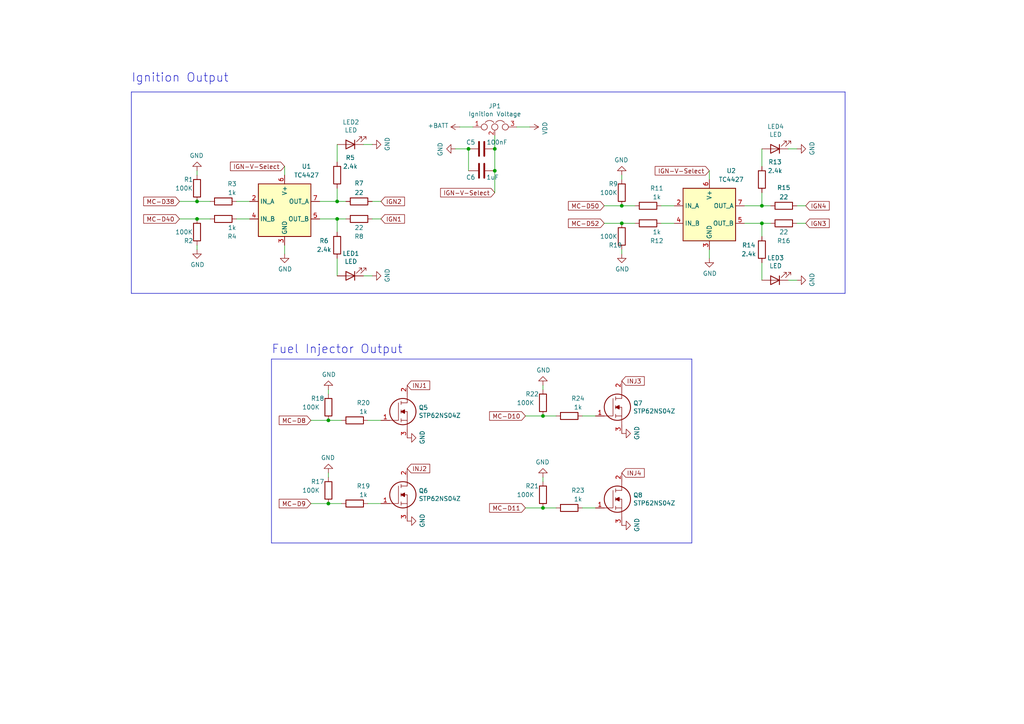
<source format=kicad_sch>
(kicad_sch (version 20230121) (generator eeschema)
  (paper "A4")
  (title_block (title "Pre-Ignition X4") (date "2022-10-1") (rev "MX4B-2") (company "DetonationEMS") (comment 1 "detonationems.com"))
  (lib_symbols
    (symbol "Device:C" (pin_numbers hide) (pin_names (offset 0.254))
      (property "Reference" "C" (at 0.635 2.54 0))
      (property "Value" "C" (at 0.635 -2.54 0))
      (symbol "C_0_1"
        (polyline (pts (xy -2.032 -0.762) (xy 2.032 -0.762)) (stroke (width 0.508)))
        (polyline (pts (xy -2.032 0.762) (xy 2.032 0.762)) (stroke (width 0.508)))
      )
      (symbol "C_1_1"
        (pin passive line (at 0 3.81 270) (length 2.794) (name "~") (number "1"))
        (pin passive line (at 0 -3.81 90) (length 2.794) (name "~") (number "2"))
      )
    )
    (symbol "Device:LED" (pin_numbers hide) (pin_names (offset 1.016) hide)
      (property "Reference" "D" (at 0 2.54 0))
      (property "Value" "LED" (at 0 -2.54 0))
      (symbol "LED_0_1"
        (polyline (pts (xy -1.27 -1.27) (xy -1.27 1.27)) (stroke (width 0.254)))
        (polyline (pts (xy -1.27 0) (xy 1.27 0)))
        (polyline (pts (xy 1.27 -1.27) (xy 1.27 1.27) (xy -1.27 0) (xy 1.27 -1.27)) (stroke (width 0.254)))
        (polyline (pts (xy -3.048 -0.762) (xy -4.572 -2.286) (xy -3.81 -2.286) (xy -4.572 -2.286) (xy -4.572 -1.524)))
        (polyline (pts (xy -1.778 -0.762) (xy -3.302 -2.286) (xy -2.54 -2.286) (xy -3.302 -2.286) (xy -3.302 -1.524)))
      )
      (symbol "LED_1_1"
        (pin passive line (at -3.81 0 0) (length 2.54) (name "K") (number "1"))
        (pin passive line (at 3.81 0 180) (length 2.54) (name "A") (number "2"))
      )
    )
    (symbol "Device:R" (pin_numbers hide) (pin_names (offset 0))
      (property "Reference" "R" (at 2.032 0 90))
      (property "Value" "R" (at 0 0 90))
      (symbol "R_0_1"
        (rectangle (start -1.016 -2.54) (end 1.016 2.54) (stroke (width 0.254)))
      )
      (symbol "R_1_1"
        (pin passive line (at 0 3.81 270) (length 1.27) (name "~") (number "1"))
        (pin passive line (at 0 -3.81 90) (length 1.27) (name "~") (number "2"))
      )
    )
    (symbol "Driver_FET:MIC4427"
      (property "Reference" "U" (at -7.62 8.89 0))
      (property "Value" "MIC4427" (at 1.27 8.89 0))
      (symbol "MIC4427_0_1"
        (rectangle (start -7.62 -7.62) (end 7.62 7.62) (stroke (width 0.254)) (fill (type background)))
      )
      (symbol "MIC4427_1_1"
        (pin no_connect line (at -7.62 0 0) (length 2.54) hide (name "NC") (number "1"))
        (pin input line (at -10.16 2.54 0) (length 2.54) (name "IN_A") (number "2"))
        (pin power_in line (at 0 -10.16 90) (length 2.54) (name "GND") (number "3"))
        (pin input line (at -10.16 -2.54 0) (length 2.54) (name "IN_B") (number "4"))
        (pin output line (at 10.16 -2.54 180) (length 2.54) (name "OUT_B") (number "5"))
        (pin power_in line (at 0 10.16 270) (length 2.54) (name "V+") (number "6"))
        (pin output line (at 10.16 2.54 180) (length 2.54) (name "OUT_A") (number "7"))
        (pin no_connect line (at 7.62 0 180) (length 2.54) hide (name "NC") (number "8"))
      )
    )
    (symbol "Pre_Ignition-rescue:Jumper_NC_Dual-Device" (pin_names (offset 0.762) hide)
      (property "Reference" "JP" (at 1.27 -2.54 0))
      (property "Value" "Jumper_NC_Dual-Device" (at 0 2.54 0))
      (symbol "Jumper_NC_Dual-Device_0_1"
        (circle (center -3.048 0) (radius 0.889))
        (arc (start -0.254 1.27) (mid -1.524 1.8804) (end -2.794 1.27))
        (circle (center 0 0) (radius 0.9144))
        (arc (start 2.794 1.27) (mid 1.524 1.8804) (end 0.254 1.27))
        (circle (center 3.048 0) (radius 0.889))
        (pin passive line (at -6.35 0 0) (length 2.413) (name "1") (number "1"))
        (pin passive line (at 0 -2.54 90) (length 1.524) (name "2") (number "2"))
        (pin passive line (at 6.35 0 180) (length 2.413) (name "3") (number "3"))
      )
    )
    (symbol "Pre_Ignition-rescue:STP62NS04Z-Stp62-Pre_Ignition-rescue-Pre_Ignition-rescue-Pre_Ignition-rescue-Pre_Ignition-rescue" (pin_names (offset 0.762))
      (property "Reference" "Q" (at 11.43 3.81 0))
      (property "Value" "STP62NS04Z-Stp62-Pre_Ignition-rescue-Pre_Ignition-rescue-Pre_Ignition-rescue-Pre_Ignition-rescue" (at 11.43 1.27 0))
      (symbol "STP62NS04Z-Stp62-Pre_Ignition-rescue-Pre_Ignition-rescue-Pre_Ignition-rescue-Pre_Ignition-rescue_0_0"
        (pin passive line (at 0 0 0) (length 2.54) (name "~") (number "1"))
        (pin passive line (at 7.62 10.16 270) (length 2.54) (name "~") (number "2"))
        (pin passive line (at 7.62 -5.08 90) (length 2.54) (name "~") (number "3"))
      )
      (symbol "STP62NS04Z-Stp62-Pre_Ignition-rescue-Pre_Ignition-rescue-Pre_Ignition-rescue-Pre_Ignition-rescue_0_1"
        (polyline (pts (xy 5.842 -0.508) (xy 5.842 0.508)) (stroke (width 0.1524)))
        (polyline (pts (xy 5.842 0) (xy 7.62 0)) (stroke (width 0.1524)))
        (polyline (pts (xy 5.842 2.032) (xy 5.842 3.048)) (stroke (width 0.1524)))
        (polyline (pts (xy 5.842 5.588) (xy 5.842 4.572)) (stroke (width 0.1524)))
        (polyline (pts (xy 7.62 2.54) (xy 5.842 2.54)) (stroke (width 0.1524)))
        (polyline (pts (xy 7.62 2.54) (xy 7.62 -2.54)) (stroke (width 0.1524)))
        (polyline (pts (xy 7.62 5.08) (xy 5.842 5.08)) (stroke (width 0.1524)))
        (polyline (pts (xy 7.62 5.08) (xy 7.62 7.62)) (stroke (width 0.1524)))
        (polyline (pts (xy 2.54 0) (xy 5.08 0) (xy 5.08 5.08)) (stroke (width 0.1524)))
        (polyline (pts (xy 5.842 2.54) (xy 6.858 3.048) (xy 6.858 2.032) (xy 5.842 2.54)) (stroke (width 0.254)) (fill (type outline)))
        (circle (center 6.35 2.54) (radius 3.81) (stroke (width 0.254)))
      )
    )
    (symbol "power:+BATT" (power) (pin_names (offset 0))
      (property "Value" "+BATT" (at 0 3.556 0))
      (symbol "+BATT_0_1"
        (polyline (pts (xy -0.762 1.27) (xy 0 2.54)))
        (polyline (pts (xy 0 0) (xy 0 2.54)))
        (polyline (pts (xy 0 2.54) (xy 0.762 1.27)))
      )
      (symbol "+BATT_1_1"
        (pin power_in line (at 0 0 90) (length 0) hide (name "+BATT") (number "1"))
      )
    )
    (symbol "power:GND" (power) (pin_names (offset 0))
      (property "Value" "GND" (at 0 -3.81 0))
      (symbol "GND_0_1"
        (polyline (pts (xy 0 0) (xy 0 -1.27) (xy 1.27 -1.27) (xy 0 -2.54) (xy -1.27 -1.27) (xy 0 -1.27)))
      )
      (symbol "GND_1_1"
        (pin power_in line (at 0 0 270) (length 0) hide (name "GND") (number "1"))
      )
    )
    (symbol "power:VDD" (power) (pin_names (offset 0))
      (property "Value" "VDD" (at 0 3.81 0))
      (symbol "VDD_0_1"
        (polyline (pts (xy -0.762 1.27) (xy 0 2.54)))
        (polyline (pts (xy 0 0) (xy 0 2.54)))
        (polyline (pts (xy 0 2.54) (xy 0.762 1.27)))
      )
      (symbol "VDD_1_1"
        (pin power_in line (at 0 0 90) (length 0) hide (name "VDD") (number "1"))
      )
    )
  )
  (junction (at 143.51 43.18))
  (junction (at 95.25 146.05))
  (junction (at 143.51 49.53))
  (junction (at 57.15 58.42))
  (junction (at 220.98 59.69))
  (junction (at 157.48 120.65))
  (junction (at 220.98 64.77))
  (junction (at 135.89 43.18))
  (junction (at 180.34 59.69))
  (junction (at 57.15 63.5))
  (junction (at 95.25 121.92))
  (junction (at 97.79 63.5))
  (junction (at 97.79 58.42))
  (junction (at 180.34 64.77))
  (junction (at 157.48 147.32))
  (wire (pts (xy 205.74 72.39) (xy 205.74 74.93)))
  (wire (pts (xy 135.89 43.18) (xy 135.89 49.53)))
  (wire (pts (xy 215.9 59.69) (xy 220.98 59.69)))
  (wire (pts (xy 57.15 72.39) (xy 57.15 71.12)))
  (wire (pts (xy 231.14 59.69) (xy 233.68 59.69)))
  (polyline (pts (xy 245.11 85.09) (xy 38.1 85.09)))
  (wire (pts (xy 110.49 121.92) (xy 106.68 121.92)))
  (wire (pts (xy 92.71 58.42) (xy 97.79 58.42)))
  (wire (pts (xy 72.39 63.5) (xy 68.58 63.5)))
  (wire (pts (xy 143.51 49.53) (xy 143.51 43.18)))
  (polyline (pts (xy 245.11 26.67) (xy 245.11 85.09)))
  (wire (pts (xy 132.08 43.18) (xy 135.89 43.18)))
  (wire (pts (xy 223.52 64.77) (xy 220.98 64.77)))
  (wire (pts (xy 97.79 63.5) (xy 92.71 63.5)))
  (wire (pts (xy 97.79 54.61) (xy 97.79 58.42)))
  (polyline (pts (xy 38.1 26.67) (xy 245.11 26.67)))
  (wire (pts (xy 149.86 36.83) (xy 153.67 36.83)))
  (wire (pts (xy 220.98 55.88) (xy 220.98 59.69)))
  (polyline (pts (xy 200.66 104.14) (xy 200.66 157.48)))
  (wire (pts (xy 231.14 64.77) (xy 233.68 64.77)))
  (wire (pts (xy 180.34 59.69) (xy 184.15 59.69)))
  (wire (pts (xy 157.48 147.32) (xy 161.29 147.32)))
  (wire (pts (xy 157.48 111.76) (xy 157.48 113.03)))
  (wire (pts (xy 97.79 67.31) (xy 97.79 63.5)))
  (wire (pts (xy 157.48 120.65) (xy 152.4 120.65)))
  (wire (pts (xy 195.58 64.77) (xy 191.77 64.77)))
  (wire (pts (xy 228.6 81.28) (xy 231.14 81.28)))
  (wire (pts (xy 57.15 49.53) (xy 57.15 50.8)))
  (wire (pts (xy 180.34 73.66) (xy 180.34 72.39)))
  (wire (pts (xy 157.48 138.43) (xy 157.48 139.7)))
  (wire (pts (xy 95.25 121.92) (xy 90.17 121.92)))
  (wire (pts (xy 97.79 58.42) (xy 100.33 58.42)))
  (wire (pts (xy 99.06 121.92) (xy 95.25 121.92)))
  (wire (pts (xy 68.58 58.42) (xy 72.39 58.42)))
  (wire (pts (xy 220.98 76.2) (xy 220.98 81.28)))
  (wire (pts (xy 191.77 59.69) (xy 195.58 59.69)))
  (wire (pts (xy 172.72 120.65) (xy 168.91 120.65)))
  (wire (pts (xy 106.68 146.05) (xy 110.49 146.05)))
  (wire (pts (xy 95.25 113.03) (xy 95.25 114.3)))
  (wire (pts (xy 105.41 80.01) (xy 107.95 80.01)))
  (wire (pts (xy 82.55 71.12) (xy 82.55 73.66)))
  (wire (pts (xy 95.25 146.05) (xy 90.17 146.05)))
  (wire (pts (xy 180.34 50.8) (xy 180.34 52.07)))
  (wire (pts (xy 57.15 58.42) (xy 52.07 58.42)))
  (wire (pts (xy 57.15 63.5) (xy 52.07 63.5)))
  (wire (pts (xy 143.51 43.18) (xy 143.51 39.37)))
  (polyline (pts (xy 200.66 157.48) (xy 78.74 157.48)))
  (wire (pts (xy 105.41 41.91) (xy 107.95 41.91)))
  (wire (pts (xy 161.29 120.65) (xy 157.48 120.65)))
  (wire (pts (xy 168.91 147.32) (xy 172.72 147.32)))
  (wire (pts (xy 205.74 49.53) (xy 205.74 52.07)))
  (wire (pts (xy 97.79 74.93) (xy 97.79 80.01)))
  (wire (pts (xy 95.25 137.16) (xy 95.25 138.43)))
  (wire (pts (xy 228.6 43.18) (xy 231.14 43.18)))
  (wire (pts (xy 107.95 58.42) (xy 110.49 58.42)))
  (wire (pts (xy 180.34 64.77) (xy 175.26 64.77)))
  (wire (pts (xy 220.98 64.77) (xy 215.9 64.77)))
  (wire (pts (xy 97.79 41.91) (xy 97.79 46.99)))
  (wire (pts (xy 100.33 63.5) (xy 97.79 63.5)))
  (wire (pts (xy 107.95 63.5) (xy 110.49 63.5)))
  (wire (pts (xy 82.55 48.26) (xy 82.55 50.8)))
  (wire (pts (xy 143.51 49.53) (xy 143.51 55.88)))
  (wire (pts (xy 157.48 147.32) (xy 152.4 147.32)))
  (polyline (pts (xy 78.74 157.48) (xy 78.74 104.14)))
  (wire (pts (xy 220.98 68.58) (xy 220.98 64.77)))
  (wire (pts (xy 184.15 64.77) (xy 180.34 64.77)))
  (polyline (pts (xy 78.74 104.14) (xy 200.66 104.14)))
  (wire (pts (xy 133.35 36.83) (xy 137.16 36.83)))
  (wire (pts (xy 220.98 43.18) (xy 220.98 48.26)))
  (wire (pts (xy 95.25 146.05) (xy 99.06 146.05)))
  (wire (pts (xy 220.98 59.69) (xy 223.52 59.69)))
  (wire (pts (xy 57.15 58.42) (xy 60.96 58.42)))
  (wire (pts (xy 180.34 59.69) (xy 175.26 59.69)))
  (polyline (pts (xy 38.1 85.09) (xy 38.1 26.67)))
  (wire (pts (xy 60.96 63.5) (xy 57.15 63.5)))
  (text "Ignition Output" (at 38.1 24.13 0) (effects (font (size 2.4892 2.4892)) (justify left bottom)))
  (text "Fuel Injector Output" (at 78.74 102.87 0) (effects (font (size 2.4892 2.4892)) (justify left bottom)))
  (global_label "INJ1" (shape input) (at 118.11 111.76 0) (property "Intersheetrefs" "${INTERSHEET_REFS}" (effects hide)))
  (global_label "IGN3" (shape input) (at 233.68 64.77 0) (property "Intersheetrefs" "${INTERSHEET_REFS}" (effects hide)))
  (global_label "MC-D50" (shape input) (at 175.26 59.69 180) (property "Intersheetrefs" "${INTERSHEET_REFS}" (effects hide)))
  (global_label "IGN4" (shape input) (at 233.68 59.69 0) (property "Intersheetrefs" "${INTERSHEET_REFS}" (effects hide)))
  (global_label "MC-D40" (shape input) (at 52.07 63.5 180) (property "Intersheetrefs" "${INTERSHEET_REFS}" (effects hide)))
  (global_label "IGN-V-Select" (shape input) (at 82.55 48.26 180) (property "Intersheetrefs" "${INTERSHEET_REFS}" (effects hide)))
  (global_label "IGN2" (shape input) (at 110.49 58.42 0) (property "Intersheetrefs" "${INTERSHEET_REFS}" (effects hide)))
  (global_label "IGN-V-Select" (shape input) (at 143.51 55.88 180) (property "Intersheetrefs" "${INTERSHEET_REFS}" (effects hide)))
  (global_label "INJ2" (shape input) (at 118.11 135.89 0) (property "Intersheetrefs" "${INTERSHEET_REFS}" (effects hide)))
  (global_label "MC-D8" (shape input) (at 90.17 121.92 180) (property "Intersheetrefs" "${INTERSHEET_REFS}" (effects hide)))
  (global_label "MC-D9" (shape input) (at 90.17 146.05 180) (property "Intersheetrefs" "${INTERSHEET_REFS}" (effects hide)))
  (global_label "MC-D52" (shape input) (at 175.26 64.77 180) (property "Intersheetrefs" "${INTERSHEET_REFS}" (effects hide)))
  (global_label "INJ4" (shape input) (at 180.34 137.16 0) (property "Intersheetrefs" "${INTERSHEET_REFS}" (effects hide)))
  (global_label "MC-D10" (shape input) (at 152.4 120.65 180) (property "Intersheetrefs" "${INTERSHEET_REFS}" (effects hide)))
  (global_label "IGN-V-Select" (shape input) (at 205.74 49.53 180) (property "Intersheetrefs" "${INTERSHEET_REFS}" (effects hide)))
  (global_label "IGN1" (shape input) (at 110.49 63.5 0) (property "Intersheetrefs" "${INTERSHEET_REFS}" (effects hide)))
  (global_label "MC-D38" (shape input) (at 52.07 58.42 180) (property "Intersheetrefs" "${INTERSHEET_REFS}" (effects hide)))
  (global_label "INJ3" (shape input) (at 180.34 110.49 0) (property "Intersheetrefs" "${INTERSHEET_REFS}" (effects hide)))
  (global_label "MC-D11" (shape input) (at 152.4 147.32 180) (property "Intersheetrefs" "${INTERSHEET_REFS}" (effects hide)))
  (symbol (lib_id "Device:C") (at 139.7 49.53 270) (unit 1)
    (property "Reference" "C6" (at 136.525 51.435 90))
    (property "Value" "1uF" (at 142.875 51.435 90))
    (property "Footprint" "Capacitor_SMD:C_0603_1608Metric" (effects hide))
    (property "JLC" "C15849" (effects hide))
    (property "LCSC" "C15849" (effects hide))
  )
  (symbol (lib_id "Device:C") (at 139.7 43.18 270) (unit 1)
    (property "Reference" "C5" (at 136.525 41.275 90))
    (property "Value" "100nF" (at 144.145 41.275 90))
    (property "Footprint" "Capacitor_SMD:C_0603_1608Metric" (effects hide))
    (property "JLC" "C14663" (effects hide))
    (property "LCSC" "C14663" (effects hide))
  )
  (symbol (lib_id "power:GND") (at 132.08 43.18 270) (unit 1)
    (property "Reference" "#PWR06" (effects hide))
    (property "Value" "GND" (at 127.6858 43.307 0))
  )
  (symbol (lib_id "Driver_FET:MIC4427") (at 82.55 60.96 0) (unit 1)
    (property "Reference" "U1" (at 88.9 48.26 0))
    (property "Value" "TC4427" (at 88.9 50.8 0))
    (property "Footprint" "Package_SO:SOIC-8_3.9x4.9mm_P1.27mm" (effects hide))
    (property "Datasheet" "http://ww1.microchip.com/downloads/en/DeviceDoc/mic4426.pdf" (effects hide))
    (property "JLC" "C31450" (effects hide))
    (property "LCSC" "C31450" (effects hide))
  )
  (symbol (lib_id "power:GND") (at 82.55 73.66 0) (unit 1)
    (property "Reference" "#PWR07" (effects hide))
    (property "Value" "GND" (at 82.677 78.0542 0))
  )
  (symbol (lib_id "Device:R") (at 64.77 58.42 270) (unit 1)
    (property "Reference" "R3" (at 67.31 53.34 90))
    (property "Value" "1k" (at 67.31 55.88 90))
    (property "Footprint" "Resistor_SMD:R_0603_1608Metric" (effects hide))
    (property "JLC" "C21190" (effects hide))
    (property "LCSC" "C21190" (effects hide))
  )
  (symbol (lib_id "Device:R") (at 64.77 63.5 270) (unit 1)
    (property "Reference" "R4" (at 67.31 68.58 90))
    (property "Value" "1k" (at 67.31 66.04 90))
    (property "Footprint" "Resistor_SMD:R_0603_1608Metric" (effects hide))
    (property "JLC" "C21190" (effects hide))
    (property "LCSC" "C21190" (effects hide))
  )
  (symbol (lib_id "Device:R") (at 57.15 54.61 180) (unit 1)
    (property "Reference" "R1" (at 53.34 52.07 0) (effects (justify right)))
    (property "Value" "100K" (at 50.8 54.61 0) (effects (justify right)))
    (property "Footprint" "Resistor_SMD:R_0603_1608Metric" (effects hide))
    (property "JLC" "C25803" (effects hide))
    (property "LCSC" "C25803" (effects hide))
  )
  (symbol (lib_id "Device:R") (at 57.15 67.31 180) (unit 1)
    (property "Reference" "R2" (at 53.34 69.85 0) (effects (justify right)))
    (property "Value" "100K" (at 50.8 67.31 0) (effects (justify right)))
    (property "Footprint" "Resistor_SMD:R_0603_1608Metric" (effects hide))
    (property "JLC" "C25803" (effects hide))
    (property "LCSC" "C25803" (effects hide))
  )
  (symbol (lib_id "power:GND") (at 57.15 72.39 0) (unit 1)
    (property "Reference" "#PWR05" (effects hide))
    (property "Value" "GND" (at 57.277 76.7842 0))
  )
  (symbol (lib_id "power:GND") (at 57.15 49.53 180) (unit 1)
    (property "Reference" "#PWR04" (effects hide))
    (property "Value" "GND" (at 57.023 45.1358 0))
  )
  (symbol (lib_id "Driver_FET:MIC4427") (at 205.74 62.23 0) (unit 1)
    (property "Reference" "U2" (at 212.09 49.53 0))
    (property "Value" "TC4427" (at 212.09 52.07 0))
    (property "Footprint" "Package_SO:SOIC-8_3.9x4.9mm_P1.27mm" (effects hide))
    (property "Datasheet" "http://ww1.microchip.com/downloads/en/DeviceDoc/mic4426.pdf" (effects hide))
    (property "JLC" "C31450" (effects hide))
    (property "LCSC" "C31450" (effects hide))
  )
  (symbol (lib_id "Device:R") (at 227.33 59.69 270) (unit 1)
    (property "Reference" "R15" (at 227.33 54.4322 90))
    (property "Value" "22" (at 227.33 57.15 90))
    (property "Footprint" "Resistor_SMD:R_0805_2012Metric" (effects hide))
    (property "JLC" "C17561" (effects hide))
    (property "LCSC" "C17561" (effects hide))
  )
  (symbol (lib_id "Device:R") (at 227.33 64.77 270) (unit 1)
    (property "Reference" "R16" (at 227.33 69.85 90))
    (property "Value" "22" (at 227.33 67.31 90))
    (property "Footprint" "Resistor_SMD:R_0805_2012Metric" (effects hide))
    (property "JLC" "C17561" (effects hide))
    (property "LCSC" "C17561" (effects hide))
  )
  (symbol (lib_id "power:GND") (at 205.74 74.93 0) (unit 1)
    (property "Reference" "#PWR014" (effects hide))
    (property "Value" "GND" (at 205.867 79.3242 0))
  )
  (symbol (lib_id "Device:R") (at 187.96 59.69 270) (unit 1)
    (property "Reference" "R11" (at 190.5 54.61 90))
    (property "Value" "1k" (at 190.5 57.15 90))
    (property "Footprint" "Resistor_SMD:R_0603_1608Metric" (effects hide))
    (property "JLC" "C21190" (effects hide))
    (property "LCSC" "C21190" (effects hide))
  )
  (symbol (lib_id "Device:R") (at 187.96 64.77 270) (unit 1)
    (property "Reference" "R12" (at 190.5 69.85 90))
    (property "Value" "1k" (at 190.5 67.31 90))
    (property "Footprint" "Resistor_SMD:R_0603_1608Metric" (effects hide))
    (property "JLC" "C21190" (effects hide))
    (property "LCSC" "C21190" (effects hide))
  )
  (symbol (lib_id "Device:R") (at 180.34 55.88 180) (unit 1)
    (property "Reference" "R9" (at 176.53 53.34 0) (effects (justify right)))
    (property "Value" "100K" (at 173.99 55.88 0) (effects (justify right)))
    (property "Footprint" "Resistor_SMD:R_0603_1608Metric" (effects hide))
    (property "JLC" "C25803" (effects hide))
    (property "LCSC" "C25803" (effects hide))
  )
  (symbol (lib_id "Device:R") (at 180.34 68.58 180) (unit 1)
    (property "Reference" "R10" (at 176.53 71.12 0) (effects (justify right)))
    (property "Value" "100K" (at 173.99 68.58 0) (effects (justify right)))
    (property "Footprint" "Resistor_SMD:R_0603_1608Metric" (effects hide))
    (property "JLC" "C25803" (effects hide))
    (property "LCSC" "C25803" (effects hide))
  )
  (symbol (lib_id "power:GND") (at 180.34 73.66 0) (unit 1)
    (property "Reference" "#PWR012" (effects hide))
    (property "Value" "GND" (at 180.467 78.0542 0))
  )
  (symbol (lib_id "power:GND") (at 180.34 50.8 180) (unit 1)
    (property "Reference" "#PWR011" (effects hide))
    (property "Value" "GND" (at 180.213 46.4058 0))
  )
  (symbol (lib_id "power:GND") (at 95.25 137.16 180) (unit 1)
    (property "Reference" "#PWR017" (effects hide))
    (property "Value" "GND" (at 95.123 132.7658 0))
  )
  (symbol (lib_id "power:GND") (at 95.25 113.03 0) (mirror x) (unit 1)
    (property "Reference" "#PWR018" (effects hide))
    (property "Value" "GND" (at 95.377 108.6358 0))
  )
  (symbol (lib_id "Device:R") (at 95.25 118.11 0) (mirror y) (unit 1)
    (property "Reference" "R18" (at 90.17 115.57 0) (effects (justify right)))
    (property "Value" "100K" (at 87.63 118.11 0) (effects (justify right)))
    (property "Footprint" "Resistor_SMD:R_0603_1608Metric" (effects hide))
    (property "JLC" "C25803" (effects hide))
    (property "LCSC" "C25803" (effects hide))
  )
  (symbol (lib_id "Device:R") (at 95.25 142.24 180) (unit 1)
    (property "Reference" "R17" (at 90.17 139.7 0) (effects (justify right)))
    (property "Value" "100K" (at 87.63 142.24 0) (effects (justify right)))
    (property "Footprint" "Resistor_SMD:R_0603_1608Metric" (effects hide))
    (property "JLC" "C25803" (effects hide))
    (property "LCSC" "C25803" (effects hide))
  )
  (symbol (lib_id "Device:R") (at 102.87 121.92 270) (mirror x) (unit 1)
    (property "Reference" "R20" (at 105.41 116.84 90))
    (property "Value" "1k" (at 105.41 119.38 90))
    (property "Footprint" "Resistor_SMD:R_0603_1608Metric" (effects hide))
    (property "JLC" "C21190" (effects hide))
    (property "LCSC" "C21190" (effects hide))
  )
  (symbol (lib_id "Device:R") (at 102.87 146.05 270) (unit 1)
    (property "Reference" "R19" (at 105.41 140.97 90))
    (property "Value" "1k" (at 105.41 143.51 90))
    (property "Footprint" "Resistor_SMD:R_0603_1608Metric" (effects hide))
    (property "JLC" "C21190" (effects hide))
    (property "LCSC" "C21190" (effects hide))
  )
  (symbol (lib_id "power:GND") (at 180.34 152.4 90) (unit 1)
    (property "Reference" "#PWR023" (effects hide))
    (property "Value" "GND" (at 184.7342 152.273 0))
  )
  (symbol (lib_id "power:GND") (at 157.48 138.43 180) (unit 1)
    (property "Reference" "#PWR021" (effects hide))
    (property "Value" "GND" (at 157.353 134.0358 0))
  )
  (symbol (lib_id "power:GND") (at 157.48 111.76 0) (mirror x) (unit 1)
    (property "Reference" "#PWR022" (effects hide))
    (property "Value" "GND" (at 157.607 107.3658 0))
  )
  (symbol (lib_id "Device:R") (at 157.48 116.84 0) (mirror y) (unit 1)
    (property "Reference" "R22" (at 152.4 114.3 0) (effects (justify right)))
    (property "Value" "100K" (at 149.86 116.84 0) (effects (justify right)))
    (property "Footprint" "Resistor_SMD:R_0603_1608Metric" (effects hide))
    (property "JLC" "C25803" (effects hide))
    (property "LCSC" "C25803" (effects hide))
  )
  (symbol (lib_id "Device:R") (at 157.48 143.51 180) (unit 1)
    (property "Reference" "R21" (at 152.4 140.97 0) (effects (justify right)))
    (property "Value" "100K" (at 149.86 143.51 0) (effects (justify right)))
    (property "Footprint" "Resistor_SMD:R_0603_1608Metric" (effects hide))
    (property "JLC" "C25803" (effects hide))
    (property "LCSC" "C25803" (effects hide))
  )
  (symbol (lib_id "Device:R") (at 165.1 120.65 270) (mirror x) (unit 1)
    (property "Reference" "R24" (at 167.64 115.57 90))
    (property "Value" "1k" (at 167.64 118.11 90))
    (property "Footprint" "Resistor_SMD:R_0603_1608Metric" (effects hide))
    (property "JLC" "C21190" (effects hide))
    (property "LCSC" "C21190" (effects hide))
  )
  (symbol (lib_id "Device:R") (at 165.1 147.32 270) (unit 1)
    (property "Reference" "R23" (at 167.64 142.24 90))
    (property "Value" "1k" (at 167.64 144.78 90))
    (property "Footprint" "Resistor_SMD:R_0603_1608Metric" (effects hide))
    (property "JLC" "C21190" (effects hide))
    (property "LCSC" "C21190" (effects hide))
  )
  (symbol (lib_id "Pre_Ignition-rescue:Jumper_NC_Dual-Device") (at 143.51 36.83 0) (unit 1)
    (property "Reference" "JP1" (at 143.51 30.7594 0))
    (property "Value" "Ignition Voltage" (at 143.51 33.0708 0))
    (property "Footprint" "Detonation:3-PinSwitch" (effects hide))
  )
  (symbol (lib_id "power:+BATT") (at 133.35 36.83 90) (unit 1)
    (property "Reference" "#PWR010" (effects hide))
    (property "Value" "+BATT" (at 130.1242 36.449 90) (effects (justify left)))
  )
  (symbol (lib_id "power:GND") (at 180.34 125.73 90) (unit 1)
    (property "Reference" "#PWR024" (effects hide))
    (property "Value" "GND" (at 184.7342 125.603 0))
  )
  (symbol (lib_id "power:GND") (at 118.11 151.13 90) (unit 1)
    (property "Reference" "#PWR019" (effects hide))
    (property "Value" "GND" (at 122.5042 151.003 0))
  )
  (symbol (lib_id "power:GND") (at 118.11 127 90) (unit 1)
    (property "Reference" "#PWR020" (effects hide))
    (property "Value" "GND" (at 122.5042 126.873 0))
  )
  (symbol (lib_id "Device:R") (at 220.98 52.07 180) (unit 1)
    (property "Reference" "R13" (at 224.79 46.99 0))
    (property "Value" "2.4k" (at 224.79 49.53 0))
    (property "Footprint" "Resistor_SMD:R_0603_1608Metric" (effects hide))
    (property "JLC" "C22940" (effects hide))
    (property "LCSC" "C22940" (effects hide))
  )
  (symbol (lib_id "Device:R") (at 220.98 72.39 180) (unit 1)
    (property "Reference" "R14" (at 217.17 71.12 0))
    (property "Value" "2.4k" (at 217.17 73.66 0))
    (property "Footprint" "Resistor_SMD:R_0603_1608Metric" (effects hide))
    (property "JLC" "C22940" (effects hide))
    (property "LCSC" "C22940" (effects hide))
  )
  (symbol (lib_id "Device:LED") (at 224.79 43.18 180) (unit 1)
    (property "Reference" "LED4" (at 224.9678 36.703 0))
    (property "Value" "LED" (at 224.9678 39.0144 0))
    (property "Footprint" "LED_SMD:LED_0603_1608Metric" (effects hide))
    (property "JLC" "C2286" (effects hide))
    (property "LCSC" "C72041" (effects hide))
  )
  (symbol (lib_id "Device:LED") (at 224.79 81.28 180) (unit 1)
    (property "Reference" "LED3" (at 224.9678 74.803 0))
    (property "Value" "LED" (at 224.9678 77.1144 0))
    (property "Footprint" "LED_SMD:LED_0603_1608Metric" (effects hide))
    (property "JLC" "C2286" (effects hide))
    (property "LCSC" "C72041" (effects hide))
  )
  (symbol (lib_id "power:GND") (at 231.14 81.28 90) (unit 1)
    (property "Reference" "#PWR016" (effects hide))
    (property "Value" "GND" (at 235.5342 81.153 0))
  )
  (symbol (lib_id "power:GND") (at 231.14 43.18 90) (unit 1)
    (property "Reference" "#PWR015" (effects hide))
    (property "Value" "GND" (at 235.5342 43.053 0))
  )
  (symbol (lib_id "Device:R") (at 104.14 63.5 270) (unit 1)
    (property "Reference" "R8" (at 104.14 68.58 90))
    (property "Value" "22" (at 104.14 66.04 90))
    (property "Footprint" "Resistor_SMD:R_0805_2012Metric" (effects hide))
    (property "JLC" "C17561" (effects hide))
    (property "LCSC" "C17561" (effects hide))
  )
  (symbol (lib_id "Device:R") (at 104.14 58.42 270) (unit 1)
    (property "Reference" "R7" (at 104.14 53.1622 90))
    (property "Value" "22" (at 104.14 55.88 90))
    (property "Footprint" "Resistor_SMD:R_0805_2012Metric" (effects hide))
    (property "JLC" "C17561" (effects hide))
    (property "LCSC" "C17561" (effects hide))
  )
  (symbol (lib_id "Device:R") (at 97.79 50.8 180) (unit 1)
    (property "Reference" "R5" (at 101.6 45.72 0))
    (property "Value" "2.4k" (at 101.6 48.26 0))
    (property "Footprint" "Resistor_SMD:R_0603_1608Metric" (effects hide))
    (property "LCSC" "C22940" (effects hide))
  )
  (symbol (lib_id "Device:R") (at 97.79 71.12 180) (unit 1)
    (property "Reference" "R6" (at 93.98 69.85 0))
    (property "Value" "2.4k" (at 93.98 72.39 0))
    (property "Footprint" "Resistor_SMD:R_0603_1608Metric" (effects hide))
    (property "JLC" "C22940" (effects hide))
    (property "LCSC" "C22940" (effects hide))
  )
  (symbol (lib_id "Device:LED") (at 101.6 41.91 180) (unit 1)
    (property "Reference" "LED2" (at 101.7778 35.433 0))
    (property "Value" "LED" (at 101.7778 37.7444 0))
    (property "Footprint" "LED_SMD:LED_0603_1608Metric" (effects hide))
    (property "JLC" "C2286" (effects hide))
    (property "LCSC" "C72041" (effects hide))
  )
  (symbol (lib_id "Device:LED") (at 101.6 80.01 180) (unit 1)
    (property "Reference" "LED1" (at 101.7778 73.533 0))
    (property "Value" "LED" (at 101.7778 75.8444 0))
    (property "Footprint" "LED_SMD:LED_0603_1608Metric" (effects hide))
    (property "JLC" "C2286" (effects hide))
    (property "LCSC" "C72041" (effects hide))
  )
  (symbol (lib_id "power:GND") (at 107.95 80.01 90) (unit 1)
    (property "Reference" "#PWR09" (effects hide))
    (property "Value" "GND" (at 112.3442 79.883 0))
  )
  (symbol (lib_id "power:GND") (at 107.95 41.91 90) (unit 1)
    (property "Reference" "#PWR08" (effects hide))
    (property "Value" "GND" (at 112.3442 41.783 0))
  )
  (symbol (lib_id "power:VDD") (at 153.67 36.83 270) (unit 1)
    (property "Reference" "#PWR0149" (effects hide))
    (property "Value" "VDD" (at 158.0642 37.211 0))
  )
  (symbol (lib_id "Pre_Ignition-rescue:STP62NS04Z-Stp62-Pre_Ignition-rescue-Pre_Ignition-rescue-Pre_Ignition-rescue-Pre_Ignition-rescue") (at 110.49 146.05 0) (unit 1)
    (property "Reference" "Q6" (at 121.412 142.3416 0) (effects (justify left)))
    (property "Value" "STP62NS04Z" (at 121.412 144.653 0) (effects (justify left)))
    (property "Footprint" "Package_TO_SOT_THT:TO-220-3_Vertical" (effects hide))
    (property "Datasheet" "http://www.st.com/content/ccc/resource/technical/document/datasheet/ae/b9/57/16/f5/d5/4c/79/CD00003579.pdf/files/CD00003579.pdf/jcr:content/translations/en.CD00003579.pdf" (effects hide))
    (property "Description" "STMicroelectronics STP62NS04Z N-channel MOSFET Transistor, 62 A, 33 V, 3-Pin TO-220" (effects hide))
    (property "Height" "4.6" (effects hide))
    (property "Manufacturer_Name" "STMicroelectronics" (effects hide))
    (property "Manufacturer_Part_Number" "STP62NS04Z" (effects hide))
    (property "Mouser Part Number" "511-STP62NS04Z" (effects hide))
    (property "Mouser Price/Stock" "https://www.mouser.co.uk/ProductDetail/STMicroelectronics/STP62NS04Z?qs=1tTY8DFIKADI3E3vW2w%2FAQ%3D%3D" (effects hide))
    (property "Arrow Part Number" "STP62NS04Z" (effects hide))
    (property "Arrow Price/Stock" "https://www.arrow.com/en/products/stp62ns04z/stmicroelectronics" (effects hide))
  )
  (symbol (lib_id "Pre_Ignition-rescue:STP62NS04Z-Stp62-Pre_Ignition-rescue-Pre_Ignition-rescue-Pre_Ignition-rescue-Pre_Ignition-rescue") (at 110.49 121.92 0) (unit 1)
    (property "Reference" "Q5" (at 121.412 118.2116 0) (effects (justify left)))
    (property "Value" "STP62NS04Z" (at 121.412 120.523 0) (effects (justify left)))
    (property "Footprint" "Package_TO_SOT_THT:TO-220-3_Vertical" (effects hide))
    (property "Datasheet" "http://www.st.com/content/ccc/resource/technical/document/datasheet/ae/b9/57/16/f5/d5/4c/79/CD00003579.pdf/files/CD00003579.pdf/jcr:content/translations/en.CD00003579.pdf" (effects hide))
    (property "Description" "STMicroelectronics STP62NS04Z N-channel MOSFET Transistor, 62 A, 33 V, 3-Pin TO-220" (effects hide))
    (property "Height" "4.6" (effects hide))
    (property "Manufacturer_Name" "STMicroelectronics" (effects hide))
    (property "Manufacturer_Part_Number" "STP62NS04Z" (effects hide))
    (property "Mouser Part Number" "511-STP62NS04Z" (effects hide))
    (property "Mouser Price/Stock" "https://www.mouser.co.uk/ProductDetail/STMicroelectronics/STP62NS04Z?qs=1tTY8DFIKADI3E3vW2w%2FAQ%3D%3D" (effects hide))
    (property "Arrow Part Number" "STP62NS04Z" (effects hide))
    (property "Arrow Price/Stock" "https://www.arrow.com/en/products/stp62ns04z/stmicroelectronics" (effects hide))
  )
  (symbol (lib_id "Pre_Ignition-rescue:STP62NS04Z-Stp62-Pre_Ignition-rescue-Pre_Ignition-rescue-Pre_Ignition-rescue-Pre_Ignition-rescue") (at 172.72 147.32 0) (unit 1)
    (property "Reference" "Q8" (at 183.642 143.6116 0) (effects (justify left)))
    (property "Value" "STP62NS04Z" (at 183.642 145.923 0) (effects (justify left)))
    (property "Footprint" "Package_TO_SOT_THT:TO-220-3_Vertical" (effects hide))
    (property "Datasheet" "http://www.st.com/content/ccc/resource/technical/document/datasheet/ae/b9/57/16/f5/d5/4c/79/CD00003579.pdf/files/CD00003579.pdf/jcr:content/translations/en.CD00003579.pdf" (effects hide))
    (property "Description" "STMicroelectronics STP62NS04Z N-channel MOSFET Transistor, 62 A, 33 V, 3-Pin TO-220" (effects hide))
    (property "Height" "4.6" (effects hide))
    (property "Manufacturer_Name" "STMicroelectronics" (effects hide))
    (property "Manufacturer_Part_Number" "STP62NS04Z" (effects hide))
    (property "Mouser Part Number" "511-STP62NS04Z" (effects hide))
    (property "Mouser Price/Stock" "https://www.mouser.co.uk/ProductDetail/STMicroelectronics/STP62NS04Z?qs=1tTY8DFIKADI3E3vW2w%2FAQ%3D%3D" (effects hide))
    (property "Arrow Part Number" "STP62NS04Z" (effects hide))
    (property "Arrow Price/Stock" "https://www.arrow.com/en/products/stp62ns04z/stmicroelectronics" (effects hide))
  )
  (symbol (lib_id "Pre_Ignition-rescue:STP62NS04Z-Stp62-Pre_Ignition-rescue-Pre_Ignition-rescue-Pre_Ignition-rescue-Pre_Ignition-rescue") (at 172.72 120.65 0) (unit 1)
    (property "Reference" "Q7" (at 183.642 116.9416 0) (effects (justify left)))
    (property "Value" "STP62NS04Z" (at 183.642 119.253 0) (effects (justify left)))
    (property "Footprint" "Package_TO_SOT_THT:TO-220-3_Vertical" (effects hide))
    (property "Datasheet" "http://www.st.com/content/ccc/resource/technical/document/datasheet/ae/b9/57/16/f5/d5/4c/79/CD00003579.pdf/files/CD00003579.pdf/jcr:content/translations/en.CD00003579.pdf" (effects hide))
    (property "Description" "STMicroelectronics STP62NS04Z N-channel MOSFET Transistor, 62 A, 33 V, 3-Pin TO-220" (effects hide))
    (property "Height" "4.6" (effects hide))
    (property "Manufacturer_Name" "STMicroelectronics" (effects hide))
    (property "Manufacturer_Part_Number" "STP62NS04Z" (effects hide))
    (property "Mouser Part Number" "511-STP62NS04Z" (effects hide))
    (property "Mouser Price/Stock" "https://www.mouser.co.uk/ProductDetail/STMicroelectronics/STP62NS04Z?qs=1tTY8DFIKADI3E3vW2w%2FAQ%3D%3D" (effects hide))
    (property "Arrow Part Number" "STP62NS04Z" (effects hide))
    (property "Arrow Price/Stock" "https://www.arrow.com/en/products/stp62ns04z/stmicroelectronics" (effects hide))
  )
)
</source>
